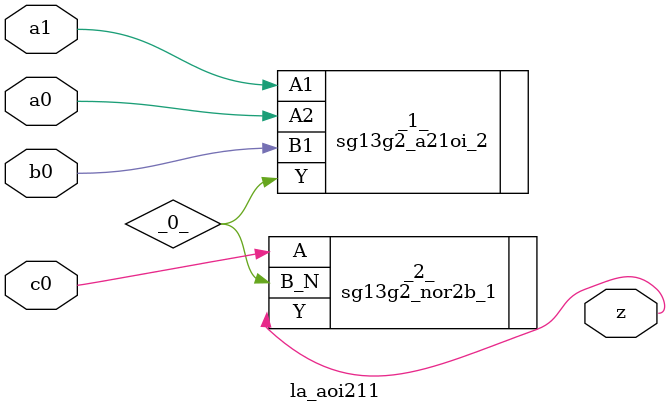
<source format=v>

/* Generated by Yosys 0.44 (git sha1 80ba43d26, g++ 11.4.0-1ubuntu1~22.04 -fPIC -O3) */

(* top =  1  *)
(* src = "inputs/la_aoi211.v:10.1-22.10" *)
module la_aoi211 (
    a0,
    a1,
    b0,
    c0,
    z
);
  wire _0_;
  (* src = "inputs/la_aoi211.v:13.12-13.14" *)
  input a0;
  wire a0;
  (* src = "inputs/la_aoi211.v:14.12-14.14" *)
  input a1;
  wire a1;
  (* src = "inputs/la_aoi211.v:15.12-15.14" *)
  input b0;
  wire b0;
  (* src = "inputs/la_aoi211.v:16.12-16.14" *)
  input c0;
  wire c0;
  (* src = "inputs/la_aoi211.v:17.12-17.13" *)
  output z;
  wire z;
  sg13g2_a21oi_2 _1_ (
      .A1(a1),
      .A2(a0),
      .B1(b0),
      .Y (_0_)
  );
  sg13g2_nor2b_1 _2_ (
      .A  (c0),
      .B_N(_0_),
      .Y  (z)
  );
endmodule

</source>
